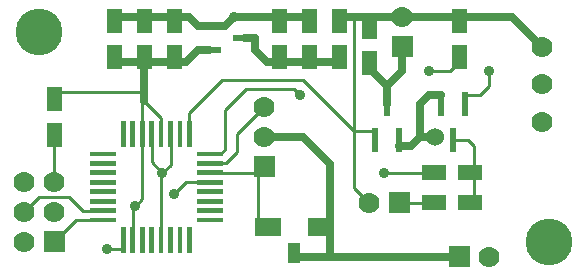
<source format=gtl>
G04 start of page 2 for group 0 idx 0 *
G04 Title: (unknown), top *
G04 Creator: pcb 20140316 *
G04 CreationDate: Fri 04 Sep 2020 02:51:09 AM GMT UTC *
G04 For: thomasc *
G04 Format: Gerber/RS-274X *
G04 PCB-Dimensions (mil): 2000.00 1000.00 *
G04 PCB-Coordinate-Origin: lower left *
%MOIN*%
%FSLAX25Y25*%
%LNTOP*%
%ADD26C,0.1520*%
%ADD25C,0.0420*%
%ADD24C,0.0350*%
%ADD23C,0.0200*%
%ADD22C,0.0600*%
%ADD21C,0.0360*%
%ADD20R,0.0200X0.0200*%
%ADD19R,0.0500X0.0500*%
%ADD18R,0.0400X0.0400*%
%ADD17R,0.0600X0.0600*%
%ADD16R,0.0157X0.0157*%
%ADD15C,0.1560*%
%ADD14C,0.0001*%
%ADD13C,0.0700*%
%ADD12C,0.0100*%
%ADD11C,0.0250*%
G54D11*X68000Y87000D02*X77000D01*
X80000Y90000D01*
G54D12*X77000Y59000D02*X84000Y66000D01*
G54D11*X83500Y83000D02*X87000D01*
Y79000D01*
X91000Y75000D01*
X115000D01*
G54D12*X84000Y66000D02*X100000D01*
X76000Y69000D02*X103000D01*
X100000Y66000D02*X102000Y64000D01*
G54D11*X80000Y90000D02*X105000D01*
X115000D02*X172500D01*
X182500Y80000D01*
X145000Y64000D02*X149000D01*
G54D12*X145000Y72000D02*X152000D01*
X155000Y75000D01*
X157000Y64000D02*X162000D01*
X165000Y67000D01*
Y72000D01*
G54D11*X139000Y47000D02*X142000Y50000D01*
G54D12*X135000Y28000D02*X145000D01*
X130000Y38000D02*X145000D01*
G54D11*X147000Y50000D02*X142000D01*
G54D12*X120000Y33000D02*X125000Y28000D01*
G54D11*X142000Y50000D02*Y61000D01*
G54D12*X153000Y49000D02*X158000D01*
X160000Y47000D01*
Y28000D01*
G54D11*X155000Y10000D02*X100000D01*
X112000D02*Y41000D01*
X103000Y50000D01*
X90000D01*
G54D12*X103000Y69000D02*X120000Y52000D01*
G54D11*X131000Y61000D02*Y67000D01*
X125000Y73000D01*
X136000Y80000D02*Y72000D01*
X131000Y67000D01*
X142000Y61000D02*X145000Y64000D01*
X135000Y47000D02*X139000D01*
G54D12*X120000Y52000D02*X127000D01*
X120000Y90000D02*Y33000D01*
G54D11*X40000Y90000D02*X65000D01*
X68000Y87000D02*X65000Y90000D01*
X71500Y79000D02*X68000D01*
X40000Y75000D02*X64000D01*
X68000Y79000D02*X64000Y75000D01*
X50000D02*Y62000D01*
G54D12*X49252Y62252D02*X50000Y63000D01*
X20000Y65000D02*X50000D01*
X65000Y58000D02*X76000Y69000D01*
X37500Y12500D02*X43000D01*
X27303Y22303D02*X36260D01*
Y25453D02*X29547D01*
X25000Y30000D01*
X15000D01*
X10000Y25000D01*
X46102Y15610D02*Y26102D01*
X20000Y35000D02*Y49000D01*
Y15000D02*X27303Y22303D01*
X46102Y26102D02*X49252Y29252D01*
X71693Y34902D02*X63902D01*
X60000Y31000D01*
X49252Y29252D02*Y51043D01*
X52402D02*Y41598D01*
X56000Y38000D01*
X49252Y51000D02*Y62252D01*
X55551Y51043D02*Y56449D01*
X50000Y62000D01*
X55551Y15610D02*Y37551D01*
X58701Y51043D02*Y40701D01*
X55551Y37551D02*X58701Y40701D01*
X65000Y51043D02*Y58000D01*
X71693Y41201D02*X77201D01*
X81000Y45000D01*
X71693Y44350D02*X75350D01*
X77000Y46000D01*
X71693Y38051D02*X88051D01*
X90000Y40000D01*
X88000Y38000D01*
Y20000D01*
X81000Y45000D02*Y51000D01*
X90000Y60000D01*
X77000Y46000D02*Y59000D01*
G54D13*X182500Y67500D03*
Y80000D03*
Y55000D03*
G54D14*G36*
X132500Y83500D02*Y76500D01*
X139500D01*
Y83500D01*
X132500D01*
G37*
G54D13*X136000Y90000D03*
X10000Y15000D03*
Y25000D03*
Y35000D03*
G54D14*G36*
X16500Y18500D02*Y11500D01*
X23500D01*
Y18500D01*
X16500D01*
G37*
G54D13*X20000Y25000D03*
Y35000D03*
G54D14*G36*
X131500Y31500D02*Y24500D01*
X138500D01*
Y31500D01*
X131500D01*
G37*
G36*
X151500Y13500D02*Y6500D01*
X158500D01*
Y13500D01*
X151500D01*
G37*
G54D13*X165000Y10000D03*
X125000Y28000D03*
G54D14*G36*
X86500Y43500D02*Y36500D01*
X93500D01*
Y43500D01*
X86500D01*
G37*
G54D13*X90000Y50000D03*
Y60000D03*
G54D15*X15000Y85000D03*
X185000Y15000D03*
G54D16*X65000Y19154D02*Y12067D01*
X61850Y19154D02*Y12067D01*
X58701Y19154D02*Y12067D01*
X55551Y19154D02*Y12067D01*
X52402Y19154D02*Y12067D01*
X49252Y19154D02*Y12067D01*
X46102Y19154D02*Y12067D01*
X42953Y19154D02*Y12067D01*
G54D17*X90000Y20000D02*X92500D01*
X107500D02*X110000D01*
G54D18*X100000Y12500D02*Y10000D01*
G54D16*X68150Y34902D02*X75236D01*
X68150Y31752D02*X75236D01*
X68150Y28602D02*X75236D01*
X68150Y25453D02*X75236D01*
X68150Y44350D02*X75236D01*
X68150Y41201D02*X75236D01*
X68150Y38051D02*X75236D01*
X68150Y22303D02*X75236D01*
X32717D02*X39803D01*
X32717Y25453D02*X39803D01*
X32717Y28602D02*X39803D01*
X32717Y31752D02*X39803D01*
X32717Y34902D02*X39803D01*
X32717Y38051D02*X39803D01*
X32717Y41201D02*X39803D01*
X46102Y54587D02*Y47500D01*
X49252Y54587D02*Y47500D01*
X52402Y54587D02*Y47500D01*
X55551Y54587D02*Y47500D01*
X58701Y54587D02*Y47500D01*
X61850Y54587D02*Y47500D01*
X65000Y54587D02*Y47500D01*
G54D19*X20000Y52000D02*Y49000D01*
Y64000D02*Y61000D01*
G54D16*X32717Y44350D02*X39803D01*
X42953Y54587D02*Y47500D01*
G54D19*X40000Y78000D02*Y75000D01*
Y90000D02*Y87000D01*
X50000Y78000D02*Y75000D01*
Y90000D02*Y87000D01*
X60000Y78000D02*Y75000D01*
Y90000D02*Y87000D01*
X95000Y78000D02*Y75000D01*
X115000Y78000D02*Y75000D01*
G54D20*X68500Y79000D02*X74500D01*
G54D19*X155000Y78000D02*Y75000D01*
X125000Y76000D02*Y73000D01*
X95000Y90000D02*Y87000D01*
X115000Y90000D02*Y87000D01*
G54D20*X68500D02*X74500D01*
X80500Y83000D02*X86500D01*
G54D19*X155000Y90000D02*Y87000D01*
X125000Y88000D02*Y85000D01*
X105000Y78000D02*Y75000D01*
Y90000D02*Y87000D01*
G54D20*X127000Y52000D02*Y46000D01*
X135000Y52000D02*Y46000D01*
X131000Y64000D02*Y58000D01*
X157000Y64000D02*Y58000D01*
X149000Y64000D02*Y58000D01*
X153000Y52000D02*Y46000D01*
G54D19*X145000Y38000D02*X148000D01*
X145000Y28000D02*X148000D01*
X157000Y38000D02*X160000D01*
X157000Y28000D02*X160000D01*
G54D21*X145000Y72000D03*
G54D22*X147000Y50000D03*
G54D21*X165000Y72000D03*
X37500Y12500D03*
X47000Y27000D03*
X56000Y38000D03*
X60000Y31000D03*
X130000Y38000D03*
X80000Y90000D03*
X102000Y64000D03*
G54D23*G54D24*G54D23*G54D25*G54D26*M02*

</source>
